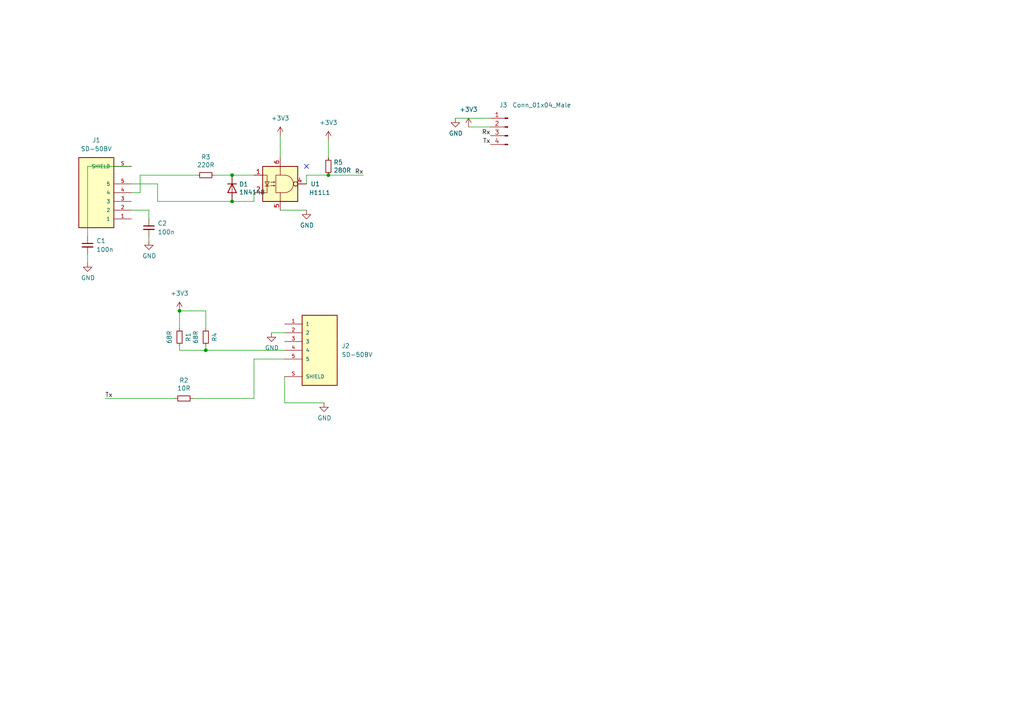
<source format=kicad_sch>
(kicad_sch (version 20211123) (generator eeschema)
  (paper "A4")
  (lib_symbols
    (symbol "Connector:Conn_01x04_Male" (pin_names (offset 1.016) hide)
      (property "Reference" "J" (at 0 5.08 0))
      (property "Value" "Conn_01x04_Male" (at 0 -7.62 0))
      (symbol "Conn_01x04_Male_1_1"
        (polyline (pts (xy 1.27 -5.08) (xy 0.8636 -5.08)) (stroke (width 0.1524)))
        (polyline (pts (xy 1.27 -2.54) (xy 0.8636 -2.54)) (stroke (width 0.1524)))
        (polyline (pts (xy 1.27 0) (xy 0.8636 0)) (stroke (width 0.1524)))
        (polyline (pts (xy 1.27 2.54) (xy 0.8636 2.54)) (stroke (width 0.1524)))
        (rectangle (start 0.8636 -4.953) (end 0 -5.207) (stroke (width 0.1524)) (fill (type outline)))
        (rectangle (start 0.8636 -2.413) (end 0 -2.667) (stroke (width 0.1524)) (fill (type outline)))
        (rectangle (start 0.8636 0.127) (end 0 -0.127) (stroke (width 0.1524)) (fill (type outline)))
        (rectangle (start 0.8636 2.667) (end 0 2.413) (stroke (width 0.1524)) (fill (type outline)))
        (pin passive line (at 5.08 2.54 180) (length 3.81) (name "Pin_1") (number "1"))
        (pin passive line (at 5.08 0 180) (length 3.81) (name "Pin_2") (number "2"))
        (pin passive line (at 5.08 -2.54 180) (length 3.81) (name "Pin_3") (number "3"))
        (pin passive line (at 5.08 -5.08 180) (length 3.81) (name "Pin_4") (number "4"))
      )
    )
    (symbol "Device:C_Small" (pin_numbers hide) (pin_names (offset 0.254) hide)
      (property "Reference" "C" (at 0.254 1.778 0))
      (property "Value" "C_Small" (at 0.254 -2.032 0))
      (symbol "C_Small_0_1"
        (polyline (pts (xy -1.524 -0.508) (xy 1.524 -0.508)) (stroke (width 0.3302)))
        (polyline (pts (xy -1.524 0.508) (xy 1.524 0.508)) (stroke (width 0.3048)))
      )
      (symbol "C_Small_1_1"
        (pin passive line (at 0 2.54 270) (length 2.032) (name "~") (number "1"))
        (pin passive line (at 0 -2.54 90) (length 2.032) (name "~") (number "2"))
      )
    )
    (symbol "Device:R_Small" (pin_numbers hide) (pin_names (offset 0.254) hide)
      (property "Reference" "R" (at 0.762 0.508 0))
      (property "Value" "R_Small" (at 0.762 -1.016 0))
      (symbol "R_Small_0_1"
        (rectangle (start -0.762 1.778) (end 0.762 -1.778) (stroke (width 0.2032)))
      )
      (symbol "R_Small_1_1"
        (pin passive line (at 0 2.54 270) (length 0.762) (name "~") (number "1"))
        (pin passive line (at 0 -2.54 90) (length 0.762) (name "~") (number "2"))
      )
    )
    (symbol "Diode:1N4148" (pin_numbers hide) (pin_names (offset 1.016) hide)
      (property "Reference" "D" (at 0 2.54 0))
      (property "Value" "1N4148" (at 0 -2.54 0))
      (symbol "1N4148_0_1"
        (polyline (pts (xy -1.27 1.27) (xy -1.27 -1.27)) (stroke (width 0.254)))
        (polyline (pts (xy 1.27 0) (xy -1.27 0)))
        (polyline (pts (xy 1.27 1.27) (xy 1.27 -1.27) (xy -1.27 0) (xy 1.27 1.27)) (stroke (width 0.254)))
      )
      (symbol "1N4148_1_1"
        (pin passive line (at -3.81 0 0) (length 2.54) (name "K") (number "1"))
        (pin passive line (at 3.81 0 180) (length 2.54) (name "A") (number "2"))
      )
    )
    (symbol "Isolator:H11L1" (pin_names (offset 1.016))
      (property "Reference" "U" (at 1.27 8.89 0))
      (property "Value" "H11L1" (at 1.27 6.35 0))
      (symbol "H11L1_0_1"
        (rectangle (start -5.08 5.08) (end 5.08 -5.08) (stroke (width 0.254)) (fill (type background)))
        (polyline (pts (xy -4.445 -0.635) (xy -3.175 -0.635)))
        (polyline (pts (xy 0 2.54) (xy 0 5.08)))
        (polyline (pts (xy 0 -2.54) (xy 0 -5.08) (xy 0 -3.81)))
        (polyline (pts (xy -5.08 -2.54) (xy -3.81 -2.54) (xy -3.81 2.54) (xy -5.08 2.54)))
        (polyline (pts (xy -3.81 -0.635) (xy -4.445 0.635) (xy -3.175 0.635) (xy -3.81 -0.635)))
        (polyline (pts (xy 1.27 -2.54) (xy -1.27 -2.54) (xy -1.27 2.54) (xy 1.27 2.54)))
        (polyline (pts (xy -2.794 -0.508) (xy -1.524 -0.508) (xy -1.905 -0.635) (xy -1.905 -0.381) (xy -1.524 -0.508)))
        (polyline (pts (xy -2.794 0.508) (xy -1.524 0.508) (xy -1.905 0.381) (xy -1.905 0.635) (xy -1.524 0.508)))
        (arc (start 1.27 -2.54) (mid 3.81 0) (end 1.27 2.54))
      )
      (symbol "H11L1_1_1"
        (pin passive line (at -7.62 2.54 0) (length 2.54) (name "~") (number "1"))
        (pin passive line (at -7.62 -2.54 0) (length 2.54) (name "~") (number "2"))
        (pin no_connect line (at -5.08 0 0) (length 2.54) hide (name "~") (number "3"))
        (pin output inverted (at 7.62 0 180) (length 3.81) (name "~") (number "4"))
        (pin power_in line (at 0 -7.62 90) (length 2.54) (name "~") (number "5"))
        (pin power_in line (at 0 7.62 270) (length 2.54) (name "~") (number "6"))
      )
    )
    (symbol "SD-50BV:SD-50BV" (pin_names (offset 1.016))
      (property "Reference" "J" (at -5.08 10.922 0))
      (property "Value" "SD-50BV" (at -5.08 -12.7254 0))
      (symbol "SD-50BV_0_0"
        (rectangle (start -5.08 -10.16) (end 5.08 10.16) (stroke (width 0.254)) (fill (type background)))
        (pin passive line (at -10.16 7.62 0) (length 5.08) (name "1") (number "1"))
        (pin passive line (at -10.16 5.08 0) (length 5.08) (name "2") (number "2"))
        (pin passive line (at -10.16 2.54 0) (length 5.08) (name "3") (number "3"))
        (pin passive line (at -10.16 0 0) (length 5.08) (name "4") (number "4"))
        (pin passive line (at -10.16 -2.54 0) (length 5.08) (name "5") (number "5"))
        (pin passive line (at -10.16 -7.62 0) (length 5.08) (name "SHIELD") (number "S"))
      )
    )
    (symbol "power:+3V3" (power) (pin_names (offset 0))
      (property "Value" "+3V3" (at 0 3.556 0))
      (symbol "+3V3_0_1"
        (polyline (pts (xy -0.762 1.27) (xy 0 2.54)))
        (polyline (pts (xy 0 0) (xy 0 2.54)))
        (polyline (pts (xy 0 2.54) (xy 0.762 1.27)))
      )
      (symbol "+3V3_1_1"
        (pin power_in line (at 0 0 90) (length 0) hide (name "+3V3") (number "1"))
      )
    )
    (symbol "power:GND" (power) (pin_names (offset 0))
      (property "Value" "GND" (at 0 -3.81 0))
      (symbol "GND_0_1"
        (polyline (pts (xy 0 0) (xy 0 -1.27) (xy 1.27 -1.27) (xy 0 -2.54) (xy -1.27 -1.27) (xy 0 -1.27)))
      )
      (symbol "GND_1_1"
        (pin power_in line (at 0 0 270) (length 0) hide (name "GND") (number "1"))
      )
    )
  )
  (junction (at 67.31 58.42))
  (junction (at 59.69 101.6))
  (junction (at 52.07 90.17))
  (junction (at 67.31 50.8))
  (junction (at 95.25 50.8))
  (no_connect (at 88.9 48.26))
  (wire (pts (xy 59.69 101.6) (xy 82.55 101.6)))
  (wire (pts (xy 40.64 50.8) (xy 40.64 55.88)))
  (wire (pts (xy 73.66 58.42) (xy 67.31 58.42)))
  (wire (pts (xy 43.18 68.58) (xy 43.18 69.85)))
  (wire (pts (xy 62.23 50.8) (xy 67.31 50.8)))
  (wire (pts (xy 52.07 90.17) (xy 52.07 95.25)))
  (wire (pts (xy 45.72 58.42) (xy 67.31 58.42)))
  (wire (pts (xy 88.9 50.8) (xy 95.25 50.8)))
  (wire (pts (xy 82.55 104.14) (xy 73.66 104.14)))
  (wire (pts (xy 52.07 90.17) (xy 59.69 90.17)))
  (wire (pts (xy 82.55 116.84) (xy 93.98 116.84)))
  (wire (pts (xy 81.28 39.37) (xy 81.28 45.72)))
  (wire (pts (xy 52.07 100.33) (xy 52.07 101.6)))
  (wire (pts (xy 73.66 55.88) (xy 73.66 58.42)))
  (wire (pts (xy 132.08 34.29) (xy 142.24 34.29)))
  (wire (pts (xy 95.25 50.8) (xy 105.41 50.8)))
  (wire (pts (xy 45.72 53.34) (xy 45.72 58.42)))
  (wire (pts (xy 59.69 100.33) (xy 59.69 101.6)))
  (wire (pts (xy 25.4 73.66) (xy 25.4 76.2)))
  (wire (pts (xy 38.1 60.96) (xy 43.18 60.96)))
  (wire (pts (xy 38.1 53.34) (xy 45.72 53.34)))
  (wire (pts (xy 30.48 115.57) (xy 50.8 115.57)))
  (wire (pts (xy 82.55 109.22) (xy 82.55 116.84)))
  (wire (pts (xy 73.66 104.14) (xy 73.66 115.57)))
  (wire (pts (xy 40.64 50.8) (xy 57.15 50.8)))
  (wire (pts (xy 67.31 50.8) (xy 73.66 50.8)))
  (wire (pts (xy 135.89 36.83) (xy 142.24 36.83)))
  (wire (pts (xy 88.9 50.8) (xy 88.9 53.34)))
  (wire (pts (xy 55.88 115.57) (xy 73.66 115.57)))
  (wire (pts (xy 59.69 90.17) (xy 59.69 95.25)))
  (wire (pts (xy 95.25 40.64) (xy 95.25 45.72)))
  (wire (pts (xy 38.1 55.88) (xy 40.64 55.88)))
  (wire (pts (xy 52.07 101.6) (xy 59.69 101.6)))
  (wire (pts (xy 88.9 60.96) (xy 81.28 60.96)))
  (wire (pts (xy 78.74 96.52) (xy 82.55 96.52)))
  (wire (pts (xy 25.4 48.26) (xy 25.4 68.58)))
  (wire (pts (xy 38.1 48.26) (xy 25.4 48.26)))
  (wire (pts (xy 43.18 60.96) (xy 43.18 63.5)))
  (label "Rx" (at 105.41 50.8 180))
  (label "Tx" (at 142.24 41.91 180))
  (label "Rx" (at 142.24 39.37 180))
  (label "Tx" (at 30.48 115.57 0))
  (symbol (lib_id "Device:R_Small") (at 95.25 48.26 0) (unit 1)
    (property "Reference" "R5" (at 96.7486 47.0916 0) (effects (justify left)))
    (property "Value" "280R" (at 96.7486 49.403 0) (effects (justify left)))
    (property "Footprint" "Resistor_SMD:R_0402_1005Metric" (effects hide))
    (property "Mouser" " 667-ERJ-6ENF1002V " (effects hide))
  )
  (symbol (lib_id "power:+3V3") (at 135.89 36.83 0) (unit 1)
    (property "Reference" "#PWR0103" (effects hide))
    (property "Value" "+3V3" (at 135.89 31.75 0))
  )
  (symbol (lib_id "Device:R_Small") (at 59.69 50.8 270) (unit 1)
    (property "Reference" "R3" (at 59.69 45.5422 90))
    (property "Value" "220R" (at 59.69 47.8536 90))
    (property "Footprint" "Resistor_SMD:R_0402_1005Metric" (effects hide))
    (property "Mouser" " 667-ERJ-6ENF2200V " (effects hide))
  )
  (symbol (lib_id "Device:R_Small") (at 53.34 115.57 270) (unit 1)
    (property "Reference" "R2" (at 53.34 110.3122 90))
    (property "Value" "10R" (at 53.34 112.6236 90))
    (property "Footprint" "Resistor_SMD:R_0402_1005Metric" (effects hide))
    (property "Mouser" " 667-ERJ-6ENF2200V " (effects hide))
  )
  (symbol (lib_id "Connector:Conn_01x04_Male") (at 147.32 36.83 0) (mirror y) (unit 1)
    (property "Reference" "J3" (at 144.78 30.48 0) (effects (justify right)))
    (property "Value" "Conn_01x04_Male" (at 148.59 30.48 0) (effects (justify right)))
    (property "Footprint" "Connector_PinHeader_2.54mm:PinHeader_1x04_P2.54mm_Vertical" (effects hide))
  )
  (symbol (lib_id "Device:R_Small") (at 59.69 97.79 0) (unit 1)
    (property "Reference" "R4" (at 62.23 97.79 90))
    (property "Value" "68R" (at 56.7436 97.79 90))
    (property "Footprint" "Resistor_SMD:R_0402_1005Metric" (effects hide))
    (property "Mouser" " 667-ERJ-6ENF2200V " (effects hide))
  )
  (symbol (lib_id "power:GND") (at 132.08 34.29 0) (unit 1)
    (property "Reference" "#PWR0104" (effects hide))
    (property "Value" "GND" (at 132.207 38.6842 0))
  )
  (symbol (lib_id "power:GND") (at 25.4 76.2 0) (unit 1)
    (property "Reference" "#PWR0110" (effects hide))
    (property "Value" "GND" (at 25.527 80.5942 0))
  )
  (symbol (lib_id "Diode:1N4148") (at 67.31 54.61 270) (unit 1)
    (property "Reference" "D1" (at 69.3166 53.4416 90) (effects (justify left)))
    (property "Value" "1N4148" (at 69.3166 55.753 90) (effects (justify left)))
    (property "Footprint" "Diode_SMD:D_0805_2012Metric" (effects hide))
    (property "Datasheet" "https://assets.nexperia.com/documents/data-sheet/1N4148_1N4448.pdf" (effects hide))
  )
  (symbol (lib_id "Isolator:H11L1") (at 81.28 53.34 0) (unit 1)
    (property "Reference" "U1" (at 91.44 53.34 0))
    (property "Value" "H11L1" (at 92.71 55.88 0))
    (property "Footprint" "lib:Everlight_H11L1S" (effects hide))
    (property "Datasheet" "https://www.onsemi.com/pub/Collateral/H11L3M-D.PDF" (effects hide))
  )
  (symbol (lib_id "power:GND") (at 43.18 69.85 0) (unit 1)
    (property "Reference" "#PWR0109" (effects hide))
    (property "Value" "GND" (at 43.307 74.2442 0))
  )
  (symbol (lib_id "power:GND") (at 93.98 116.84 0) (unit 1)
    (property "Reference" "#PWR0107" (effects hide))
    (property "Value" "GND" (at 94.107 121.2342 0))
  )
  (symbol (lib_id "power:GND") (at 78.74 96.52 0) (unit 1)
    (property "Reference" "#PWR0106" (effects hide))
    (property "Value" "GND" (at 78.867 100.9142 0))
  )
  (symbol (lib_id "Device:R_Small") (at 52.07 97.79 0) (unit 1)
    (property "Reference" "R1" (at 54.61 97.79 90))
    (property "Value" "68R" (at 49.1236 97.79 90))
    (property "Footprint" "Resistor_SMD:R_0402_1005Metric" (effects hide))
    (property "Mouser" " 667-ERJ-6ENF2200V " (effects hide))
  )
  (symbol (lib_id "Device:C_Small") (at 43.18 66.04 0) (unit 1)
    (property "Reference" "C2" (at 45.72 64.7762 0) (effects (justify left)))
    (property "Value" "100n" (at 45.72 67.3162 0) (effects (justify left)))
    (property "Footprint" "Capacitor_SMD:C_0402_1005Metric" (effects hide))
  )
  (symbol (lib_id "SD-50BV:SD-50BV") (at 92.71 101.6 0) (unit 1)
    (property "Reference" "J2" (at 99.06 100.3299 0) (effects (justify left)))
    (property "Value" "SD-50BV" (at 99.06 102.8699 0) (effects (justify left)))
    (property "Footprint" "CUI_SD-50BV" (effects hide))
    (property "PARTREV" "1.03" (effects hide))
    (property "STANDARD" "Manufacturer recommendations" (effects hide))
    (property "MF" "CUI Inc" (effects hide))
  )
  (symbol (lib_id "power:+3V3") (at 95.25 40.64 0) (unit 1)
    (property "Reference" "#PWR0105" (effects hide))
    (property "Value" "+3V3" (at 95.25 35.56 0))
  )
  (symbol (lib_id "power:+3V3") (at 81.28 39.37 0) (unit 1)
    (property "Reference" "#PWR0102" (effects hide))
    (property "Value" "+3V3" (at 81.28 34.29 0))
  )
  (symbol (lib_id "SD-50BV:SD-50BV") (at 27.94 55.88 180) (unit 1)
    (property "Reference" "J1" (at 27.94 40.64 0))
    (property "Value" "SD-50BV" (at 27.94 43.18 0))
    (property "Footprint" "CUI_SD-50BV" (effects hide))
    (property "PARTREV" "1.03" (effects hide))
    (property "STANDARD" "Manufacturer recommendations" (effects hide))
    (property "MF" "CUI Inc" (effects hide))
  )
  (symbol (lib_id "Device:C_Small") (at 25.4 71.12 0) (unit 1)
    (property "Reference" "C1" (at 27.94 69.8562 0) (effects (justify left)))
    (property "Value" "100n" (at 27.94 72.3962 0) (effects (justify left)))
    (property "Footprint" "Capacitor_SMD:C_0402_1005Metric" (effects hide))
  )
  (symbol (lib_id "power:GND") (at 88.9 60.96 0) (unit 1)
    (property "Reference" "#PWR0101" (effects hide))
    (property "Value" "GND" (at 89.027 65.3542 0))
  )
  (symbol (lib_id "power:+3V3") (at 52.07 90.17 0) (unit 1)
    (property "Reference" "#PWR0108" (effects hide))
    (property "Value" "+3V3" (at 52.07 85.09 0))
  )
)
</source>
